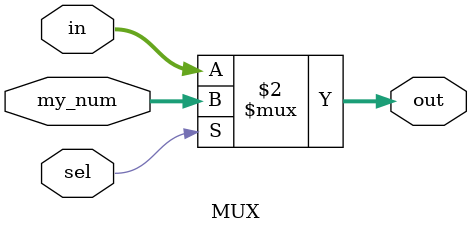
<source format=v>
module datapath(clk, Z_out, datapath_out, from_decoder, from_SM, N, V);
	parameter k = 16;
	
	input clk;
	
	wire [k-1:0]data_in, data_out;
	wire [k-1:0]a_out, b_out;
	wire [k-1:0]sout;
	wire [k-1:0]Ain, Bin;
	wire [k-1:0]ALU_out;
	wire Z;
	
	output Z_out;	
	output [15:0]datapath_out;
	
	output N;
	output reg V;
	
	input [41:0]from_decoder;
	input [11:0]from_SM;
	
	// decoder below
	wire [1:0]ALUop;
	wire [15:0]sximm5;
	wire [15:0]sximm8;
	wire [1:0]shift;
	wire [2:0]readnum;
	wire [2:0]writenum;
	
	assign ALUop = from_decoder[41:40];
	assign sximm5 = from_decoder[39:24];
	assign sximm8 = from_decoder[23:8];
	assign shift = from_decoder[7:6];
	assign readnum = from_decoder[5:3];
	assign writenum = from_decoder[2:0];
	// SM below
	wire [2:0]nsel;
	wire [1:0]vsel;

	wire write, loada, loadb, asel, bsel, loadc, loads;
	
	assign nsel = from_SM[11:9];
	assign vsel = from_SM[8:7];
	assign write = from_SM[6];
	assign loada = from_SM[5];
	assign loadb = from_SM[4];
	assign loadc = from_SM[3];
	assign loads = from_SM[2];
	assign asel = from_SM[1];
	assign bsel = from_SM[0];
	
	
	wire [15:0]mdata; // will be change in future
	assign mdata = 16'b0;
	
	wire [7:0] PC; // will be change in future
	assign PC = 8'b0;
	
	MUX4 first(.mdata(mdata), .sximm8(sximm8), .newdata({8'b0,PC}),.c(datapath_out), .vsel(vsel), .out(data_in)); // improved 9
	
	regfile REGFILE(.data_in(data_in),.writenum(writenum),.write(write),.readnum(readnum),.clk(clk),.data_out(data_out)); //1 no change
	
	vDFFE #(16) ff1(.clk(clk), .en(loada), .in(data_out), .out(a_out)); //3 no change
	vDFFE #(16) ff2(.clk(clk), .en(loadb), .in(data_out), .out(b_out)); //4 no change 
	
	shifter #(16) first_shifter(.in(b_out), .shift(shift), .sout(sout)); //8 no change 
	
	MUX second(.in(a_out), .sel(asel), .out(Ain), .my_num(16'b0)); //improved 6 
	
	MUX third(.in(sout), .sel(bsel), .out(Bin), .my_num(sximm5)); //improved 7
	
	ALU #(16) first_ALU(.Ain(Ain), .Bin(Bin), .ALUop(ALUop), .out(ALU_out), .Z(Z)); //2 no change 
	
	vDFFE #(16) ff4(.clk(clk), .en(loadc), .in(ALU_out), .out(datapath_out)); //5 no change 
	vDFFE #(1) ff3(.clk(clk), .en(loads), .in(Z), .out(Z_out)); //10 no change        
	
	assign N = datapath_out[15];
	
	always@(*) begin
		if(Ain[15] == 1 & Bin[15] == 1 & datapath_out[15] == 0)
			V = 1;
		else if(Ain[15] == 0 & Bin[15] == 0 & datapath_out[15] == 1)
			V = 1;
		else
			V = 0;
	end
	
endmodule

module MUX4 (mdata, sximm8, newdata, c, vsel, out);
	input [15:0]mdata;
	input [15:0]sximm8;
	input [15:0]newdata;
	input [15:0]c;
	input [1:0]vsel;
	output reg[15:0]out;
	
	always@(*) begin 
		case(vsel)
		2'b11: out = mdata;
		2'b10: out = sximm8;
		2'b01: out = newdata;
		2'b00: out = c;
		default: out = 16'bx;
		endcase
	end
endmodule	

module MUX(sel, my_num, in, out);
	input [15:0]in, my_num;
	input sel;
	output reg[15:0] out;
	
	always@(*) begin
		out = sel? my_num:in;
		end
	endmodule	
	
	
	
	
	
	
	
	
	
	
	



</source>
